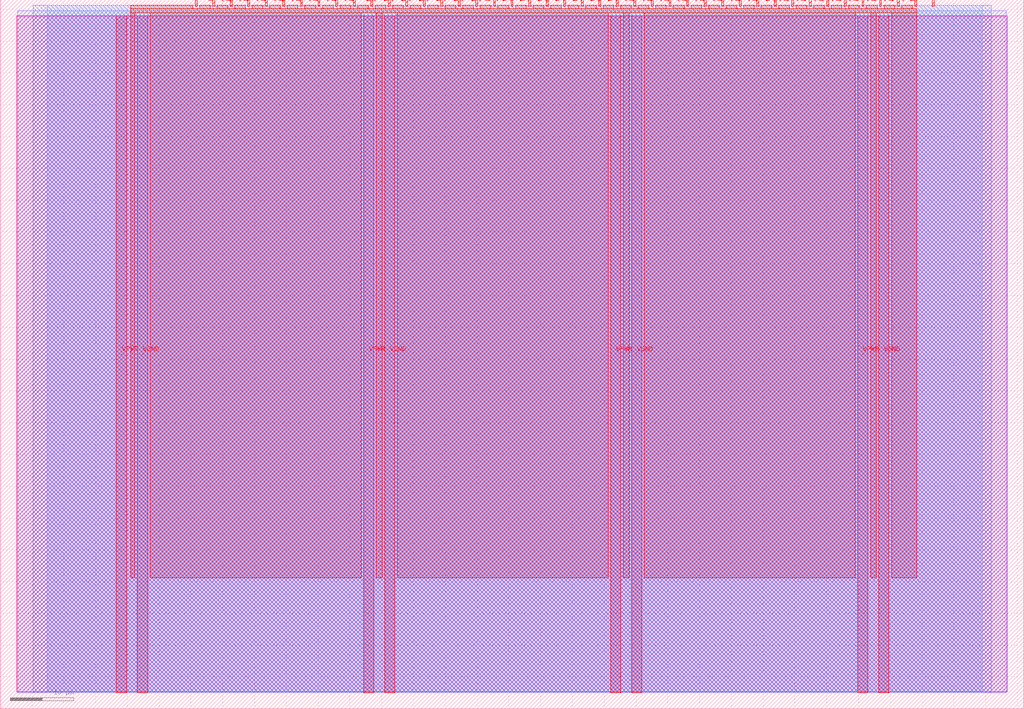
<source format=lef>
VERSION 5.7 ;
  NOWIREEXTENSIONATPIN ON ;
  DIVIDERCHAR "/" ;
  BUSBITCHARS "[]" ;
MACRO tt_um_uart_spi
  CLASS BLOCK ;
  FOREIGN tt_um_uart_spi ;
  ORIGIN 0.000 0.000 ;
  SIZE 161.000 BY 111.520 ;
  PIN VGND
    DIRECTION INOUT ;
    USE GROUND ;
    PORT
      LAYER met4 ;
        RECT 21.580 2.480 23.180 109.040 ;
    END
    PORT
      LAYER met4 ;
        RECT 60.450 2.480 62.050 109.040 ;
    END
    PORT
      LAYER met4 ;
        RECT 99.320 2.480 100.920 109.040 ;
    END
    PORT
      LAYER met4 ;
        RECT 138.190 2.480 139.790 109.040 ;
    END
  END VGND
  PIN VPWR
    DIRECTION INOUT ;
    USE POWER ;
    PORT
      LAYER met4 ;
        RECT 18.280 2.480 19.880 109.040 ;
    END
    PORT
      LAYER met4 ;
        RECT 57.150 2.480 58.750 109.040 ;
    END
    PORT
      LAYER met4 ;
        RECT 96.020 2.480 97.620 109.040 ;
    END
    PORT
      LAYER met4 ;
        RECT 134.890 2.480 136.490 109.040 ;
    END
  END VPWR
  PIN clk
    DIRECTION INPUT ;
    USE SIGNAL ;
    ANTENNAGATEAREA 0.852000 ;
    PORT
      LAYER met4 ;
        RECT 143.830 110.520 144.130 111.520 ;
    END
  END clk
  PIN ena
    DIRECTION INPUT ;
    USE SIGNAL ;
    PORT
      LAYER met4 ;
        RECT 146.590 110.520 146.890 111.520 ;
    END
  END ena
  PIN rst_n
    DIRECTION INPUT ;
    USE SIGNAL ;
    ANTENNAGATEAREA 0.126000 ;
    PORT
      LAYER met4 ;
        RECT 141.070 110.520 141.370 111.520 ;
    END
  END rst_n
  PIN ui_in[0]
    DIRECTION INPUT ;
    USE SIGNAL ;
    ANTENNAGATEAREA 0.213000 ;
    PORT
      LAYER met4 ;
        RECT 138.310 110.520 138.610 111.520 ;
    END
  END ui_in[0]
  PIN ui_in[1]
    DIRECTION INPUT ;
    USE SIGNAL ;
    ANTENNAGATEAREA 0.159000 ;
    PORT
      LAYER met4 ;
        RECT 135.550 110.520 135.850 111.520 ;
    END
  END ui_in[1]
  PIN ui_in[2]
    DIRECTION INPUT ;
    USE SIGNAL ;
    ANTENNAGATEAREA 0.196500 ;
    PORT
      LAYER met4 ;
        RECT 132.790 110.520 133.090 111.520 ;
    END
  END ui_in[2]
  PIN ui_in[3]
    DIRECTION INPUT ;
    USE SIGNAL ;
    ANTENNAGATEAREA 0.196500 ;
    PORT
      LAYER met4 ;
        RECT 130.030 110.520 130.330 111.520 ;
    END
  END ui_in[3]
  PIN ui_in[4]
    DIRECTION INPUT ;
    USE SIGNAL ;
    ANTENNAGATEAREA 0.196500 ;
    PORT
      LAYER met4 ;
        RECT 127.270 110.520 127.570 111.520 ;
    END
  END ui_in[4]
  PIN ui_in[5]
    DIRECTION INPUT ;
    USE SIGNAL ;
    ANTENNAGATEAREA 0.196500 ;
    PORT
      LAYER met4 ;
        RECT 124.510 110.520 124.810 111.520 ;
    END
  END ui_in[5]
  PIN ui_in[6]
    DIRECTION INPUT ;
    USE SIGNAL ;
    PORT
      LAYER met4 ;
        RECT 121.750 110.520 122.050 111.520 ;
    END
  END ui_in[6]
  PIN ui_in[7]
    DIRECTION INPUT ;
    USE SIGNAL ;
    ANTENNAGATEAREA 0.213000 ;
    PORT
      LAYER met4 ;
        RECT 118.990 110.520 119.290 111.520 ;
    END
  END ui_in[7]
  PIN uio_in[0]
    DIRECTION INPUT ;
    USE SIGNAL ;
    ANTENNAGATEAREA 0.196500 ;
    PORT
      LAYER met4 ;
        RECT 116.230 110.520 116.530 111.520 ;
    END
  END uio_in[0]
  PIN uio_in[1]
    DIRECTION INPUT ;
    USE SIGNAL ;
    ANTENNAGATEAREA 0.196500 ;
    PORT
      LAYER met4 ;
        RECT 113.470 110.520 113.770 111.520 ;
    END
  END uio_in[1]
  PIN uio_in[2]
    DIRECTION INPUT ;
    USE SIGNAL ;
    PORT
      LAYER met4 ;
        RECT 110.710 110.520 111.010 111.520 ;
    END
  END uio_in[2]
  PIN uio_in[3]
    DIRECTION INPUT ;
    USE SIGNAL ;
    PORT
      LAYER met4 ;
        RECT 107.950 110.520 108.250 111.520 ;
    END
  END uio_in[3]
  PIN uio_in[4]
    DIRECTION INPUT ;
    USE SIGNAL ;
    PORT
      LAYER met4 ;
        RECT 105.190 110.520 105.490 111.520 ;
    END
  END uio_in[4]
  PIN uio_in[5]
    DIRECTION INPUT ;
    USE SIGNAL ;
    PORT
      LAYER met4 ;
        RECT 102.430 110.520 102.730 111.520 ;
    END
  END uio_in[5]
  PIN uio_in[6]
    DIRECTION INPUT ;
    USE SIGNAL ;
    PORT
      LAYER met4 ;
        RECT 99.670 110.520 99.970 111.520 ;
    END
  END uio_in[6]
  PIN uio_in[7]
    DIRECTION INPUT ;
    USE SIGNAL ;
    PORT
      LAYER met4 ;
        RECT 96.910 110.520 97.210 111.520 ;
    END
  END uio_in[7]
  PIN uio_oe[0]
    DIRECTION OUTPUT ;
    USE SIGNAL ;
    PORT
      LAYER met4 ;
        RECT 49.990 110.520 50.290 111.520 ;
    END
  END uio_oe[0]
  PIN uio_oe[1]
    DIRECTION OUTPUT ;
    USE SIGNAL ;
    PORT
      LAYER met4 ;
        RECT 47.230 110.520 47.530 111.520 ;
    END
  END uio_oe[1]
  PIN uio_oe[2]
    DIRECTION OUTPUT ;
    USE SIGNAL ;
    PORT
      LAYER met4 ;
        RECT 44.470 110.520 44.770 111.520 ;
    END
  END uio_oe[2]
  PIN uio_oe[3]
    DIRECTION OUTPUT ;
    USE SIGNAL ;
    PORT
      LAYER met4 ;
        RECT 41.710 110.520 42.010 111.520 ;
    END
  END uio_oe[3]
  PIN uio_oe[4]
    DIRECTION OUTPUT ;
    USE SIGNAL ;
    PORT
      LAYER met4 ;
        RECT 38.950 110.520 39.250 111.520 ;
    END
  END uio_oe[4]
  PIN uio_oe[5]
    DIRECTION OUTPUT ;
    USE SIGNAL ;
    PORT
      LAYER met4 ;
        RECT 36.190 110.520 36.490 111.520 ;
    END
  END uio_oe[5]
  PIN uio_oe[6]
    DIRECTION OUTPUT ;
    USE SIGNAL ;
    PORT
      LAYER met4 ;
        RECT 33.430 110.520 33.730 111.520 ;
    END
  END uio_oe[6]
  PIN uio_oe[7]
    DIRECTION OUTPUT ;
    USE SIGNAL ;
    PORT
      LAYER met4 ;
        RECT 30.670 110.520 30.970 111.520 ;
    END
  END uio_oe[7]
  PIN uio_out[0]
    DIRECTION OUTPUT ;
    USE SIGNAL ;
    PORT
      LAYER met4 ;
        RECT 72.070 110.520 72.370 111.520 ;
    END
  END uio_out[0]
  PIN uio_out[1]
    DIRECTION OUTPUT ;
    USE SIGNAL ;
    PORT
      LAYER met4 ;
        RECT 69.310 110.520 69.610 111.520 ;
    END
  END uio_out[1]
  PIN uio_out[2]
    DIRECTION OUTPUT ;
    USE SIGNAL ;
    PORT
      LAYER met4 ;
        RECT 66.550 110.520 66.850 111.520 ;
    END
  END uio_out[2]
  PIN uio_out[3]
    DIRECTION OUTPUT ;
    USE SIGNAL ;
    PORT
      LAYER met4 ;
        RECT 63.790 110.520 64.090 111.520 ;
    END
  END uio_out[3]
  PIN uio_out[4]
    DIRECTION OUTPUT ;
    USE SIGNAL ;
    PORT
      LAYER met4 ;
        RECT 61.030 110.520 61.330 111.520 ;
    END
  END uio_out[4]
  PIN uio_out[5]
    DIRECTION OUTPUT ;
    USE SIGNAL ;
    PORT
      LAYER met4 ;
        RECT 58.270 110.520 58.570 111.520 ;
    END
  END uio_out[5]
  PIN uio_out[6]
    DIRECTION OUTPUT ;
    USE SIGNAL ;
    PORT
      LAYER met4 ;
        RECT 55.510 110.520 55.810 111.520 ;
    END
  END uio_out[6]
  PIN uio_out[7]
    DIRECTION OUTPUT ;
    USE SIGNAL ;
    PORT
      LAYER met4 ;
        RECT 52.750 110.520 53.050 111.520 ;
    END
  END uio_out[7]
  PIN uo_out[0]
    DIRECTION OUTPUT ;
    USE SIGNAL ;
    ANTENNADIFFAREA 0.795200 ;
    PORT
      LAYER met4 ;
        RECT 94.150 110.520 94.450 111.520 ;
    END
  END uo_out[0]
  PIN uo_out[1]
    DIRECTION OUTPUT ;
    USE SIGNAL ;
    ANTENNADIFFAREA 0.445500 ;
    PORT
      LAYER met4 ;
        RECT 91.390 110.520 91.690 111.520 ;
    END
  END uo_out[1]
  PIN uo_out[2]
    DIRECTION OUTPUT ;
    USE SIGNAL ;
    ANTENNADIFFAREA 0.445500 ;
    PORT
      LAYER met4 ;
        RECT 88.630 110.520 88.930 111.520 ;
    END
  END uo_out[2]
  PIN uo_out[3]
    DIRECTION OUTPUT ;
    USE SIGNAL ;
    ANTENNADIFFAREA 0.795200 ;
    PORT
      LAYER met4 ;
        RECT 85.870 110.520 86.170 111.520 ;
    END
  END uo_out[3]
  PIN uo_out[4]
    DIRECTION OUTPUT ;
    USE SIGNAL ;
    ANTENNADIFFAREA 0.445500 ;
    PORT
      LAYER met4 ;
        RECT 83.110 110.520 83.410 111.520 ;
    END
  END uo_out[4]
  PIN uo_out[5]
    DIRECTION OUTPUT ;
    USE SIGNAL ;
    ANTENNADIFFAREA 0.445500 ;
    PORT
      LAYER met4 ;
        RECT 80.350 110.520 80.650 111.520 ;
    END
  END uo_out[5]
  PIN uo_out[6]
    DIRECTION OUTPUT ;
    USE SIGNAL ;
    ANTENNADIFFAREA 0.445500 ;
    PORT
      LAYER met4 ;
        RECT 77.590 110.520 77.890 111.520 ;
    END
  END uo_out[6]
  PIN uo_out[7]
    DIRECTION OUTPUT ;
    USE SIGNAL ;
    PORT
      LAYER met4 ;
        RECT 74.830 110.520 75.130 111.520 ;
    END
  END uo_out[7]
  OBS
      LAYER nwell ;
        RECT 2.570 2.635 158.430 108.990 ;
      LAYER li1 ;
        RECT 2.760 2.635 158.240 108.885 ;
      LAYER met1 ;
        RECT 2.760 2.480 158.240 109.780 ;
      LAYER met2 ;
        RECT 5.160 2.535 155.840 110.685 ;
      LAYER met3 ;
        RECT 7.425 2.555 154.495 110.665 ;
      LAYER met4 ;
        RECT 20.535 110.120 30.270 110.665 ;
        RECT 31.370 110.120 33.030 110.665 ;
        RECT 34.130 110.120 35.790 110.665 ;
        RECT 36.890 110.120 38.550 110.665 ;
        RECT 39.650 110.120 41.310 110.665 ;
        RECT 42.410 110.120 44.070 110.665 ;
        RECT 45.170 110.120 46.830 110.665 ;
        RECT 47.930 110.120 49.590 110.665 ;
        RECT 50.690 110.120 52.350 110.665 ;
        RECT 53.450 110.120 55.110 110.665 ;
        RECT 56.210 110.120 57.870 110.665 ;
        RECT 58.970 110.120 60.630 110.665 ;
        RECT 61.730 110.120 63.390 110.665 ;
        RECT 64.490 110.120 66.150 110.665 ;
        RECT 67.250 110.120 68.910 110.665 ;
        RECT 70.010 110.120 71.670 110.665 ;
        RECT 72.770 110.120 74.430 110.665 ;
        RECT 75.530 110.120 77.190 110.665 ;
        RECT 78.290 110.120 79.950 110.665 ;
        RECT 81.050 110.120 82.710 110.665 ;
        RECT 83.810 110.120 85.470 110.665 ;
        RECT 86.570 110.120 88.230 110.665 ;
        RECT 89.330 110.120 90.990 110.665 ;
        RECT 92.090 110.120 93.750 110.665 ;
        RECT 94.850 110.120 96.510 110.665 ;
        RECT 97.610 110.120 99.270 110.665 ;
        RECT 100.370 110.120 102.030 110.665 ;
        RECT 103.130 110.120 104.790 110.665 ;
        RECT 105.890 110.120 107.550 110.665 ;
        RECT 108.650 110.120 110.310 110.665 ;
        RECT 111.410 110.120 113.070 110.665 ;
        RECT 114.170 110.120 115.830 110.665 ;
        RECT 116.930 110.120 118.590 110.665 ;
        RECT 119.690 110.120 121.350 110.665 ;
        RECT 122.450 110.120 124.110 110.665 ;
        RECT 125.210 110.120 126.870 110.665 ;
        RECT 127.970 110.120 129.630 110.665 ;
        RECT 130.730 110.120 132.390 110.665 ;
        RECT 133.490 110.120 135.150 110.665 ;
        RECT 136.250 110.120 137.910 110.665 ;
        RECT 139.010 110.120 140.670 110.665 ;
        RECT 141.770 110.120 143.430 110.665 ;
        RECT 20.535 109.440 144.145 110.120 ;
        RECT 20.535 20.575 21.180 109.440 ;
        RECT 23.580 20.575 56.750 109.440 ;
        RECT 59.150 20.575 60.050 109.440 ;
        RECT 62.450 20.575 95.620 109.440 ;
        RECT 98.020 20.575 98.920 109.440 ;
        RECT 101.320 20.575 134.490 109.440 ;
        RECT 136.890 20.575 137.790 109.440 ;
        RECT 140.190 20.575 144.145 109.440 ;
  END
END tt_um_uart_spi
END LIBRARY


</source>
